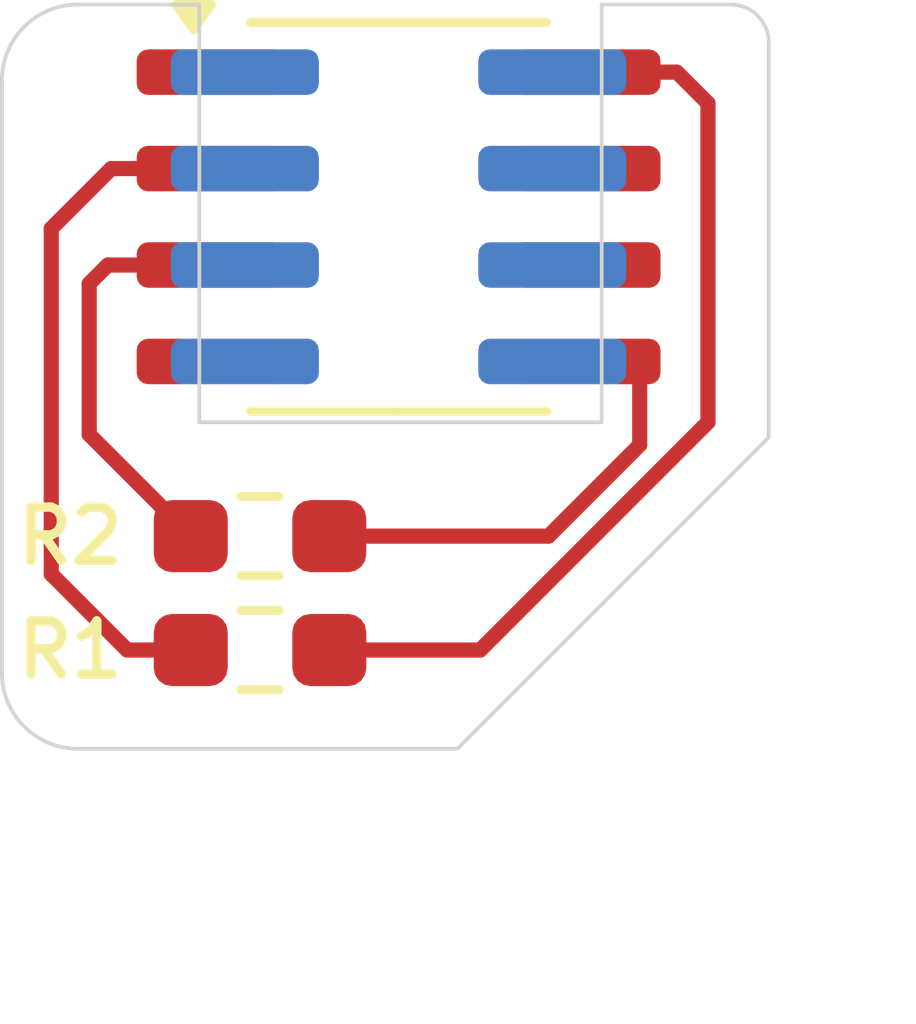
<source format=kicad_pcb>
(kicad_pcb (version 20241229) (generator "pcbnew") (generator_version "9.0")
  (layers (0 "F.Cu" signal) (2 "B.Cu" signal) (13 "F.Paste" user) (15 "B.Paste" user) (5 "F.SilkS" user "F.Silkscreen") (7 "B.SilkS" user "B.Silkscreen") (1 "F.Mask" user) (3 "B.Mask" user) (25 "Edge.Cuts" user))
  (net 0 "")
  (net 1 "+3.3V")
  (net 2 "Net-(U1-DE)")
  (net 3 "Net-(U1-~{RE})")
  (net 4 "GND")
  (footprint "Package_SO:SOIC-8_3.9x4.9mm_P1.27mm" (layer "F.Cu") (at 147.825 69.795)
    (property "Reference" "U1" (hide yes))
    (property "Value" "MAX3078E")
    (fp_line (start 0 -2.56) (end -1.95 -2.56) (stroke (width 0.12)) (layer "F.SilkS"))
    (fp_line (start 0 -2.56) (end 1.95 -2.56) (stroke (width 0.12)) (layer "F.SilkS"))
    (fp_line (start 0 2.56) (end -1.95 2.56) (stroke (width 0.12)) (layer "F.SilkS"))
    (fp_line (start 0 2.56) (end 1.95 2.56) (stroke (width 0.12)) (layer "F.SilkS"))
    (fp_poly (pts (xy -2.7 -2.465) (xy -2.94 -2.795) (xy -2.46 -2.795)) (stroke (width 0.12)) (fill yes) (layer "F.SilkS"))
    (pad "1" smd roundrect (at -2.475 -1.905) (size 1.95 0.6) (layers "F.Cu" "F.Mask" "F.Paste"))
    (pad "2" smd roundrect (at -2.475 -0.635) (size 1.95 0.6) (layers "F.Cu" "F.Mask" "F.Paste") (net 3 "Net-(U1-~{RE})"))
    (pad "3" smd roundrect (at -2.475 0.635) (size 1.95 0.6) (layers "F.Cu" "F.Mask" "F.Paste") (net 2 "Net-(U1-DE)"))
    (pad "4" smd roundrect (at -2.475 1.905) (size 1.95 0.6) (layers "F.Cu" "F.Mask" "F.Paste"))
    (pad "5" smd roundrect (at 2.475 1.905) (size 1.95 0.6) (layers "F.Cu" "F.Mask" "F.Paste") (net 4 "GND"))
    (pad "6" smd roundrect (at 2.475 0.635) (size 1.95 0.6) (layers "F.Cu" "F.Mask" "F.Paste"))
    (pad "7" smd roundrect (at 2.475 -0.635) (size 1.95 0.6) (layers "F.Cu" "F.Mask" "F.Paste"))
    (pad "8" smd roundrect (at 2.475 -1.905) (size 1.95 0.6) (layers "F.Cu" "F.Mask" "F.Paste") (net 1 "+3.3V"))
  )
  (footprint "Resistor_SMD:R_0603_1608Metric_Pad0.98x0.95mm_HandSolder" (layer "F.Cu") (at 146 74)
    (property "Reference" "R2" (at -2.5 0 0) (layer "F.SilkS") (effects (font (size 0.7 0.7) (thickness 0.125))))
    (property "Value" "1M")
    (fp_line (start -0.254724 -0.5225) (end 0.254724 -0.5225) (stroke (width 0.12)) (layer "F.SilkS"))
    (fp_line (start -0.254724 0.5225) (end 0.254724 0.5225) (stroke (width 0.12)) (layer "F.SilkS"))
    (pad "1" smd roundrect (at -0.9125 0) (size 0.975 0.95) (layers "F.Cu" "F.Mask" "F.Paste") (net 2 "Net-(U1-DE)"))
    (pad "2" smd roundrect (at 0.9125 0) (size 0.975 0.95) (layers "F.Cu" "F.Mask" "F.Paste") (net 4 "GND"))
  )
  (footprint "Resistor_SMD:R_0603_1608Metric_Pad0.98x0.95mm_HandSolder" (layer "F.Cu") (at 146 75.5 180)
    (property "Reference" "R1" (at 2.5 0 180) (layer "F.SilkS") (effects (font (size 0.7 0.7) (thickness 0.125))))
    (property "Value" "1M")
    (fp_line (start -0.254724 0.5225) (end 0.254724 0.5225) (stroke (width 0.12)) (layer "F.SilkS"))
    (fp_line (start -0.254724 -0.5225) (end 0.254724 -0.5225) (stroke (width 0.12)) (layer "F.SilkS"))
    (pad "1" smd roundrect (at -0.9125 0 180) (size 0.975 0.95) (layers "F.Cu" "F.Mask" "F.Paste") (net 1 "+3.3V"))
    (pad "2" smd roundrect (at 0.9125 0 180) (size 0.975 0.95) (layers "F.Cu" "F.Mask" "F.Paste") (net 3 "Net-(U1-~{RE})"))
  )
  (footprint "" (layer "B.Cu") (at 145.8 69.16)
    (property "Reference" "" (at 0 0 180) (layer "B.SilkS") (effects (font (size 1.27 1.27)) (justify mirror)))
    (property "Value" "")
    (pad "2" smd roundrect (at 0 0) (size 1.95 0.6) (layers "B.Cu" "B.Mask" "B.Paste") (net 3 "Net-(U1-~{RE})"))
  )
  (footprint "" (layer "B.Cu") (at 149.85 71.7)
    (property "Reference" "" (at 0 0 180) (layer "B.SilkS") (effects (font (size 1.27 1.27)) (justify mirror)))
    (property "Value" "")
    (pad "5" smd roundrect (at 0 0) (size 1.95 0.6) (layers "B.Cu" "B.Mask" "B.Paste") (net 4 "GND"))
  )
  (footprint "" (layer "B.Cu") (at 149.85 69.16)
    (property "Reference" "" (at 0 0 180) (layer "B.SilkS") (effects (font (size 1.27 1.27)) (justify mirror)))
    (property "Value" "")
    (pad "7" smd roundrect (at 0 0) (size 1.95 0.6) (layers "B.Cu" "B.Mask" "B.Paste"))
  )
  (footprint "" (layer "B.Cu") (at 149.85 70.43)
    (property "Reference" "" (at 0 0 180) (layer "B.SilkS") (effects (font (size 1.27 1.27)) (justify mirror)))
    (property "Value" "")
    (pad "6" smd roundrect (at 0 0) (size 1.95 0.6) (layers "B.Cu" "B.Mask" "B.Paste"))
  )
  (footprint "" (layer "B.Cu") (at 145.8 67.89)
    (property "Reference" "" (at 0 0 180) (layer "B.SilkS") (effects (font (size 1.27 1.27)) (justify mirror)))
    (property "Value" "")
    (pad "1" smd roundrect (at 0 0) (size 1.95 0.6) (layers "B.Cu" "B.Mask" "B.Paste"))
  )
  (footprint "" (layer "B.Cu") (at 145.8 70.43)
    (property "Reference" "" (at 0 0 180) (layer "B.SilkS") (effects (font (size 1.27 1.27)) (justify mirror)))
    (property "Value" "")
    (pad "3" smd roundrect (at 0 0) (size 1.95 0.6) (layers "B.Cu" "B.Mask" "B.Paste") (net 2 "Net-(U1-DE)"))
  )
  (footprint "" (layer "B.Cu") (at 149.85 67.89)
    (property "Reference" "" (at 0 0 180) (layer "B.SilkS") (effects (font (size 1.27 1.27)) (justify mirror)))
    (property "Value" "")
    (pad "8" smd roundrect (at 0 0) (size 1.95 0.6) (layers "B.Cu" "B.Mask" "B.Paste") (net 1 "+3.3V"))
  )
  (footprint "" (layer "B.Cu") (at 145.8 71.7)
    (property "Reference" "" (at 0 0 180) (layer "B.SilkS") (effects (font (size 1.27 1.27)) (justify mirror)))
    (property "Value" "")
    (pad "4" smd roundrect (at 0 0) (size 1.95 0.6) (layers "B.Cu" "B.Mask" "B.Paste"))
  )
  (gr_line (start 150.5 72.5) (end 145.2 72.5) (stroke (width 0.05)) (layer "Edge.Cuts"))
  (gr_line (start 143.6 76.8) (end 148.6 76.8) (stroke (width 0.05)) (layer "Edge.Cuts"))
  (gr_arc (start 152.2 67) (mid 152.553553 67.146447) (end 152.7 67.5) (stroke (width 0.05)) (layer "Edge.Cuts"))
  (gr_line (start 152.7 72.7) (end 148.6 76.8) (stroke (width 0.05)) (layer "Edge.Cuts"))
  (gr_arc (start 143.6 76.8) (mid 142.892893 76.507107) (end 142.6 75.8) (stroke (width 0.05)) (layer "Edge.Cuts"))
  (gr_line (start 150.5 67) (end 152.2 67) (stroke (width 0.05)) (layer "Edge.Cuts"))
  (gr_line (start 145.2 67) (end 143.6 67) (stroke (width 0.05)) (layer "Edge.Cuts"))
  (gr_line (start 152.7 72.7) (end 152.7 67.5) (stroke (width 0.05)) (layer "Edge.Cuts"))
  (gr_arc (start 142.6 68) (mid 142.892893 67.292893) (end 143.6 67) (stroke (width 0.05)) (layer "Edge.Cuts"))
  (gr_line (start 145.2 72.5) (end 145.2 67) (stroke (width 0.05)) (layer "Edge.Cuts"))
  (gr_line (start 150.5 67) (end 150.5 72.5) (stroke (width 0.05)) (layer "Edge.Cuts"))
  (gr_line (start 142.6 68) (end 142.6 75.8) (stroke (width 0.05)) (layer "Edge.Cuts"))
  (segment (start 151.001 67.89) (end 151.49 67.89) (width 0.2) (layer "F.Cu") (net 1))
  (segment (start 151.49 67.89) (end 151.9 68.3) (width 0.2) (layer "F.Cu") (net 1))
  (segment (start 151.9 68.3) (end 151.9 72.5) (width 0.2) (layer "F.Cu") (net 1))
  (segment (start 151.9 72.5) (end 148.9 75.5) (width 0.2) (layer "F.Cu") (net 1))
  (segment (start 148.9 75.5) (end 146.825 75.5) (width 0.2) (layer "F.Cu") (net 1))
  (segment (start 144.699 70.43) (end 143.995 70.43) (width 0.2) (layer "F.Cu") (net 2))
  (segment (start 145.0875 74) (end 145.175 74) (width 0.2) (layer "F.Cu") (net 2))
  (segment (start 143.75 70.675) (end 143.75 72.6625) (width 0.2) (layer "F.Cu") (net 2))
  (segment (start 143.75 72.6625) (end 145.0875 74) (width 0.2) (layer "F.Cu") (net 2))
  (segment (start 143.995 70.43) (end 143.75 70.675) (width 0.2) (layer "F.Cu") (net 2))
  (segment (start 143.25 69.95) (end 143.25 74.5) (width 0.2) (layer "F.Cu") (net 3))
  (segment (start 143.25 74.5) (end 144.25 75.5) (width 0.2) (layer "F.Cu") (net 3))
  (segment (start 144.25 75.5) (end 145.175 75.5) (width 0.2) (layer "F.Cu") (net 3))
  (segment (start 144.04 69.16) (end 143.25 69.95) (width 0.2) (layer "F.Cu") (net 3))
  (segment (start 144.699 69.16) (end 144.04 69.16) (width 0.2) (layer "F.Cu") (net 3))
  (segment (start 149.8 74) (end 151.001 72.799) (width 0.2) (layer "F.Cu") (net 4))
  (segment (start 151.001 72.799) (end 151.001 71.7) (width 0.2) (layer "F.Cu") (net 4))
  (segment (start 146.825 74) (end 149.8 74) (width 0.2) (layer "F.Cu") (net 4))
)
</source>
